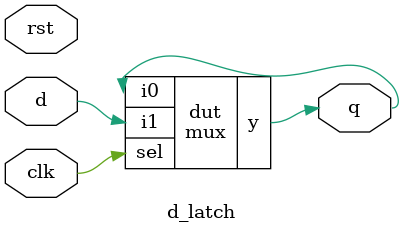
<source format=v>
module mux(input sel,i0,i1,
           output reg y
           );
  always@(*)begin
    if(sel)
      y=i0;
    else
      y=i1;
  end
endmodule
module d_latch(input clk,rst,d,output reg q);
  mux dut (.sel(clk),  .i0(q), .i1(d), .y(q));
  
endmodule

</source>
